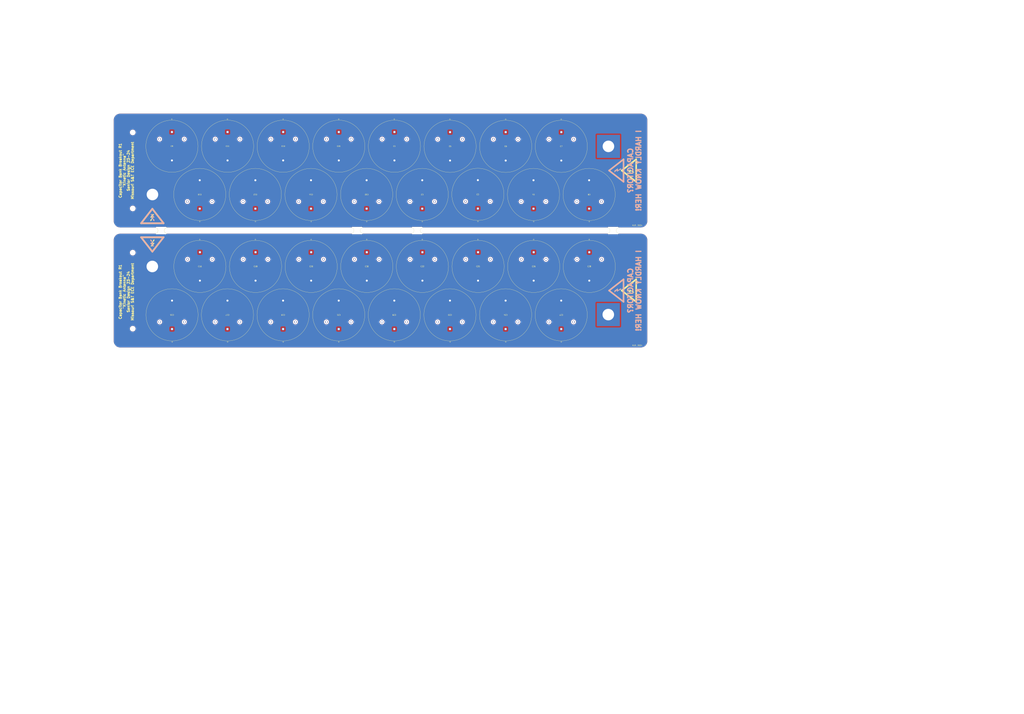
<source format=kicad_pcb>
(kicad_pcb (version 20221018) (generator pcbnew)
  (layers (0 "F.Cu" signal) (31 "B.Cu" signal) (34 "B.Paste" user) (35 "F.Paste" user) (36 "B.SilkS" user "B.Silkscreen") (37 "F.SilkS" user "F.Silkscreen") (38 "B.Mask" user) (39 "F.Mask" user) (44 "Edge.Cuts" user))
  (net 0 "")
  (net 65 "VBUS")
  (net 66 "GNDPWR")
  (footprint "ALF70C103EH400:via" (layer "F.Cu") (at 135.585 168.965)
    (fp_text reference "V2" hide)
    (fp_text value "BATT_PWR_VIA" hide)
    (pad "1" thru_hole rect (at 0 0) (size 18.288 18.288) (drill 9.144) (layers "*.Cu" "*.Mask") (net 66 "GNDPWR"))
  )
  (footprint "Panelization:mouse-bite-5mm-slot" (layer "F.Cu") (at 350 197.5)
    (fp_text reference "mouse-bite-5mm-slot" hide)
    (fp_text value "VAL**" hide)
    (pad "" np_thru_hole circle (at -8.75 -2.5) (size 0.5 0.5) (drill 0.5) (layers "F&B.Cu" "*.Mask"))
    (pad "" np_thru_hole circle (at -8.75 2.5) (size 0.5 0.5) (drill 0.5) (layers "F&B.Cu" "*.Mask"))
    (pad "" np_thru_hole circle (at -8 -2.5) (size 0.5 0.5) (drill 0.5) (layers "F&B.Cu" "*.Mask"))
    (pad "" np_thru_hole circle (at -8 -2.5) (size 0.5 0.5) (drill 0.5) (layers "F&B.Cu" "*.Mask"))
    (pad "" np_thru_hole circle (at -8 2.5) (size 0.5 0.5) (drill 0.5) (layers "F&B.Cu" "*.Mask"))
    (pad "" np_thru_hole circle (at -8 2.5) (size 0.5 0.5) (drill 0.5) (layers "F&B.Cu" "*.Mask"))
    (pad "" np_thru_hole circle (at -7.25 -2.5) (size 0.5 0.5) (drill 0.5) (layers "F&B.Cu" "*.Mask"))
    (pad "" np_thru_hole circle (at -7.25 2.5) (size 0.5 0.5) (drill 0.5) (layers "F&B.Cu" "*.Mask"))
    (pad "" np_thru_hole circle (at -6.5 -2.5) (size 0.5 0.5) (drill 0.5) (layers "F&B.Cu" "*.Mask"))
    (pad "" np_thru_hole circle (at -6.5 2.5) (size 0.5 0.5) (drill 0.5) (layers "F&B.Cu" "*.Mask"))
    (pad "" np_thru_hole circle (at -5.75 -2.5) (size 0.5 0.5) (drill 0.5) (layers "F&B.Cu" "*.Mask"))
    (pad "" np_thru_hole circle (at -5.75 2.5) (size 0.5 0.5) (drill 0.5) (layers "F&B.Cu" "*.Mask"))
    (pad "" np_thru_hole circle (at -5 -2.5) (size 0.5 0.5) (drill 0.5) (layers "F&B.Cu" "*.Mask"))
    (pad "" np_thru_hole circle (at -5 2.5) (size 0.5 0.5) (drill 0.5) (layers "F&B.Cu" "*.Mask"))
    (pad "" np_thru_hole circle (at -4.25 -2.5) (size 0.5 0.5) (drill 0.5) (layers "F&B.Cu" "*.Mask"))
    (pad "" np_thru_hole circle (at -4.25 2.5) (size 0.5 0.5) (drill 0.5) (layers "F&B.Cu" "*.Mask"))
    (pad "" np_thru_hole circle (at -3.5 -2.5) (size 0.5 0.5) (drill 0.5) (layers "F&B.Cu" "*.Mask"))
    (pad "" np_thru_hole circle (at -3.5 2.5) (size 0.5 0.5) (drill 0.5) (layers "F&B.Cu" "*.Mask"))
    (pad "" np_thru_hole circle (at -2.75 -2.5) (size 0.5 0.5) (drill 0.5) (layers "F&B.Cu" "*.Mask"))
    (pad "" np_thru_hole circle (at -2.75 2.5) (size 0.5 0.5) (drill 0.5) (layers "F&B.Cu" "*.Mask"))
    (pad "" np_thru_hole circle (at -2 -2.5) (size 0.5 0.5) (drill 0.5) (layers "F&B.Cu" "*.Mask"))
    (pad "" np_thru_hole circle (at -2 2.5) (size 0.5 0.5) (drill 0.5) (layers "F&B.Cu" "*.Mask"))
    (pad "" np_thru_hole circle (at -1.25 -2.5) (size 0.5 0.5) (drill 0.5) (layers "F&B.Cu" "*.Mask"))
    (pad "" np_thru_hole circle (at -1.25 2.5) (size 0.5 0.5) (drill 0.5) (layers "F&B.Cu" "*.Mask"))
  )
  (footprint "ALF70C103EH400:HV-warning" (layer "F.Cu") (at 135.5 180.285)
    (fp_text reference "REF**" (at 0 11.43 unlocked) (layer "F.SilkS") (effects (font (thickness 0.1))))
    (fp_text value "HV-warning")
  )
  (footprint "ALF70C103EH400:PCAP_ALF70_C_EH_KEM" (layer "F.Cu") (at 216.994998 180.175709 180)
    (fp_text reference "C12" (at 0 11.25 180 unlocked) (layer "F.SilkS"))
    (fp_text value "~")
    (pad "1" thru_hole rect (at 0 0 180) (size 2.0828 2.0828) (drill 1.5748) (layers "*.Cu" "*.Mask") (net 65 "VBUS"))
    (pad "2" thru_hole circle (at 0 22.5 180) (size 2.0828 2.0828) (drill 1.5748) (layers "*.Cu" "*.Mask") (net 66 "GNDPWR"))
    (pad "3" thru_hole circle (at -9.742786 5.625 180) (size 2.0828 2.0828) (drill 1.5748) (layers "*.Cu" "*.Mask"))
    (pad "4" thru_hole circle (at 9.742786 5.625 180) (size 2.0828 2.0828) (drill 1.5748) (layers "*.Cu" "*.Mask"))
  )
  (footprint "ALF70C103EH400:PCAP_ALF70_C_EH_KEM" (layer "F.Cu") (at 414.927 275.457559 180)
    (fp_text reference "C24" (at 0 11.25 180 unlocked) (layer "F.SilkS"))
    (fp_text value "~")
    (pad "1" thru_hole rect (at 0 0 180) (size 2.0828 2.0828) (drill 1.5748) (layers "*.Cu" "*.Mask") (net 65 "VBUS"))
    (pad "2" thru_hole circle (at 0 22.5 180) (size 2.0828 2.0828) (drill 1.5748) (layers "*.Cu" "*.Mask") (net 66 "GNDPWR"))
    (pad "3" thru_hole circle (at -9.742786 5.625 180) (size 2.0828 2.0828) (drill 1.5748) (layers "*.Cu" "*.Mask"))
    (pad "4" thru_hole circle (at 9.742786 5.625 180) (size 2.0828 2.0828) (drill 1.5748) (layers "*.Cu" "*.Mask"))
  )
  (footprint "ALF70C103EH400:PCAP_ALF70_C_EH_KEM" (layer "F.Cu") (at 282.927 275.457559 180)
    (fp_text reference "C21" (at 0 11.25 180 unlocked) (layer "F.SilkS"))
    (fp_text value "~")
    (pad "1" thru_hole rect (at 0 0 180) (size 2.0828 2.0828) (drill 1.5748) (layers "*.Cu" "*.Mask") (net 65 "VBUS"))
    (pad "2" thru_hole circle (at 0 22.5 180) (size 2.0828 2.0828) (drill 1.5748) (layers "*.Cu" "*.Mask") (net 66 "GNDPWR"))
    (pad "3" thru_hole circle (at -9.742786 5.625 180) (size 2.0828 2.0828) (drill 1.5748) (layers "*.Cu" "*.Mask"))
    (pad "4" thru_hole circle (at 9.742786 5.625 180) (size 2.0828 2.0828) (drill 1.5748) (layers "*.Cu" "*.Mask"))
  )
  (footprint "ALF70C103EH400:PCAP_ALF70_C_EH_KEM" (layer "F.Cu") (at 349.13 214.649968)
    (fp_text reference "C22" (at 0 11.25 unlocked) (layer "F.SilkS"))
    (fp_text value "~")
    (pad "1" thru_hole rect (at 0 0) (size 2.0828 2.0828) (drill 1.5748) (layers "*.Cu" "*.Mask") (net 65 "VBUS"))
    (pad "2" thru_hole circle (at 0 22.5) (size 2.0828 2.0828) (drill 1.5748) (layers "*.Cu" "*.Mask") (net 66 "GNDPWR"))
    (pad "3" thru_hole circle (at -9.742786 5.625) (size 2.0828 2.0828) (drill 1.5748) (layers "*.Cu" "*.Mask"))
    (pad "4" thru_hole circle (at 9.742786 5.625) (size 2.0828 2.0828) (drill 1.5748) (layers "*.Cu" "*.Mask"))
  )
  (footprint "ALF70C103EH400:PCAP_ALF70_C_EH_KEM" (layer "F.Cu") (at 282.994998 119.495409)
    (fp_text reference "C31" (at 0 11.25 unlocked) (layer "F.SilkS"))
    (fp_text value "~")
    (pad "1" thru_hole rect (at 0 0) (size 2.0828 2.0828) (drill 1.5748) (layers "*.Cu" "*.Mask") (net 65 "VBUS"))
    (pad "2" thru_hole circle (at 0 22.5) (size 2.0828 2.0828) (drill 1.5748) (layers "*.Cu" "*.Mask") (net 66 "GNDPWR"))
    (pad "3" thru_hole circle (at -9.742786 5.625) (size 2.0828 2.0828) (drill 1.5748) (layers "*.Cu" "*.Mask"))
    (pad "4" thru_hole circle (at 9.742786 5.625) (size 2.0828 2.0828) (drill 1.5748) (layers "*.Cu" "*.Mask"))
  )
  (footprint "Panelization:mouse-bite-5mm-slot" (layer "F.Cu") (at 137.5 197.5 180)
    (fp_text reference "mouse-bite-5mm-slot" hide)
    (fp_text value "VAL**" hide)
    (pad "" np_thru_hole circle (at -8.75 -2.5 180) (size 0.5 0.5) (drill 0.5) (layers "F&B.Cu" "*.Mask"))
    (pad "" np_thru_hole circle (at -8.75 2.5 180) (size 0.5 0.5) (drill 0.5) (layers "F&B.Cu" "*.Mask"))
    (pad "" np_thru_hole circle (at -8 -2.5 180) (size 0.5 0.5) (drill 0.5) (layers "F&B.Cu" "*.Mask"))
    (pad "" np_thru_hole circle (at -8 -2.5 180) (size 0.5 0.5) (drill 0.5) (layers "F&B.Cu" "*.Mask"))
    (pad "" np_thru_hole circle (at -8 2.5 180) (size 0.5 0.5) (drill 0.5) (layers "F&B.Cu" "*.Mask"))
    (pad "" np_thru_hole circle (at -8 2.5 180) (size 0.5 0.5) (drill 0.5) (layers "F&B.Cu" "*.Mask"))
    (pad "" np_thru_hole circle (at -7.25 -2.5 180) (size 0.5 0.5) (drill 0.5) (layers "F&B.Cu" "*.Mask"))
    (pad "" np_thru_hole circle (at -7.25 2.5 180) (size 0.5 0.5) (drill 0.5) (layers "F&B.Cu" "*.Mask"))
    (pad "" np_thru_hole circle (at -6.5 -2.5 180) (size 0.5 0.5) (drill 0.5) (layers "F&B.Cu" "*.Mask"))
    (pad "" np_thru_hole circle (at -6.5 2.5 180) (size 0.5 0.5) (drill 0.5) (layers "F&B.Cu" "*.Mask"))
    (pad "" np_thru_hole circle (at -5.75 -2.5 180) (size 0.5 0.5) (drill 0.5) (layers "F&B.Cu" "*.Mask"))
    (pad "" np_thru_hole circle (at -5.75 2.5 180) (size 0.5 0.5) (drill 0.5) (layers "F&B.Cu" "*.Mask"))
    (pad "" np_thru_hole circle (at -5 -2.5 180) (size 0.5 0.5) (drill 0.5) (layers "F&B.Cu" "*.Mask"))
    (pad "" np_thru_hole circle (at -5 2.5 180) (size 0.5 0.5) (drill 0.5) (layers "F&B.Cu" "*.Mask"))
    (pad "" np_thru_hole circle (at -4.25 -2.5 180) (size 0.5 0.5) (drill 0.5) (layers "F&B.Cu" "*.Mask"))
    (pad "" np_thru_hole circle (at -4.25 2.5 180) (size 0.5 0.5) (drill 0.5) (layers "F&B.Cu" "*.Mask"))
    (pad "" np_thru_hole circle (at -3.5 -2.5 180) (size 0.5 0.5) (drill 0.5) (layers "F&B.Cu" "*.Mask"))
    (pad "" np_thru_hole circle (at -3.5 2.5 180) (size 0.5 0.5) (drill 0.5) (layers "F&B.Cu" "*.Mask"))
    (pad "" np_thru_hole circle (at -2.75 -2.5 180) (size 0.5 0.5) (drill 0.5) (layers "F&B.Cu" "*.Mask"))
    (pad "" np_thru_hole circle (at -2.75 2.5 180) (size 0.5 0.5) (drill 0.5) (layers "F&B.Cu" "*.Mask"))
    (pad "" np_thru_hole circle (at -2 -2.5 180) (size 0.5 0.5) (drill 0.5) (layers "F&B.Cu" "*.Mask"))
    (pad "" np_thru_hole circle (at -2 2.5 180) (size 0.5 0.5) (drill 0.5) (layers "F&B.Cu" "*.Mask"))
    (pad "" np_thru_hole circle (at -1.25 -2.5 180) (size 0.5 0.5) (drill 0.5) (layers "F&B.Cu" "*.Mask"))
    (pad "" np_thru_hole circle (at -1.25 2.5 180) (size 0.5 0.5) (drill 0.5) (layers "F&B.Cu" "*.Mask"))
  )
  (footprint "ALF70C103EH400:PCAP_ALF70_C_EH_KEM" (layer "F.Cu") (at 437.13 214.649968)
    (fp_text reference "C26" (at 0 11.25 unlocked) (layer "F.SilkS"))
    (fp_text value "~")
    (pad "1" thru_hole rect (at 0 0) (size 2.0828 2.0828) (drill 1.5748) (layers "*.Cu" "*.Mask") (net 65 "VBUS"))
    (pad "2" thru_hole circle (at 0 22.5) (size 2.0828 2.0828) (drill 1.5748) (layers "*.Cu" "*.Mask") (net 66 "GNDPWR"))
    (pad "3" thru_hole circle (at -9.742786 5.625) (size 2.0828 2.0828) (drill 1.5748) (layers "*.Cu" "*.Mask"))
    (pad "4" thru_hole circle (at 9.742786 5.625) (size 2.0828 2.0828) (drill 1.5748) (layers "*.Cu" "*.Mask"))
  )
  (footprint "ALF70C103EH400:PCAP_ALF70_C_EH_KEM" (layer "F.Cu") (at 481.13 214.649968)
    (fp_text reference "C28" (at 0 11.25 unlocked) (layer "F.SilkS"))
    (fp_text value "~")
    (pad "1" thru_hole rect (at 0 0) (size 2.0828 2.0828) (drill 1.5748) (layers "*.Cu" "*.Mask") (net 65 "VBUS"))
    (pad "2" thru_hole circle (at 0 22.5) (size 2.0828 2.0828) (drill 1.5748) (layers "*.Cu" "*.Mask") (net 66 "GNDPWR"))
    (pad "3" thru_hole circle (at -9.742786 5.625) (size 2.0828 2.0828) (drill 1.5748) (layers "*.Cu" "*.Mask"))
    (pad "4" thru_hole circle (at 9.742786 5.625) (size 2.0828 2.0828) (drill 1.5748) (layers "*.Cu" "*.Mask"))
  )
  (footprint "ALF70C103EH400:via" (layer "F.Cu") (at 496.16 264.027559)
    (fp_text reference "V3" hide)
    (fp_text value "BATT_PWR_VIA" hide)
    (pad "1" thru_hole rect (at 0 0) (size 18.288 18.288) (drill 9.144) (layers "*.Cu" "*.Mask") (net 65 "VBUS"))
  )
  (footprint "ALF70C103EH400:PCAP_ALF70_C_EH_KEM" (layer "F.Cu") (at 326.898 275.457559 180)
    (fp_text reference "C29" (at 0 11.25 180 unlocked) (layer "F.SilkS"))
    (fp_text value "~")
    (pad "1" thru_hole rect (at 0 0 180) (size 2.0828 2.0828) (drill 1.5748) (layers "*.Cu" "*.Mask") (net 65 "VBUS"))
    (pad "2" thru_hole circle (at 0 22.5 180) (size 2.0828 2.0828) (drill 1.5748) (layers "*.Cu" "*.Mask") (net 66 "GNDPWR"))
    (pad "3" thru_hole circle (at -9.742786 5.625 180) (size 2.0828 2.0828) (drill 1.5748) (layers "*.Cu" "*.Mask"))
    (pad "4" thru_hole circle (at 9.742786 5.625 180) (size 2.0828 2.0828) (drill 1.5748) (layers "*.Cu" "*.Mask"))
  )
  (footprint "ALF70C103EH400:PCAP_ALF70_C_EH_KEM" (layer "F.Cu") (at 172.994998 180.175709 180)
    (fp_text reference "C10" (at 0 11.25 180 unlocked) (layer "F.SilkS"))
    (fp_text value "~")
    (pad "1" thru_hole rect (at 0 0 180) (size 2.0828 2.0828) (drill 1.5748) (layers "*.Cu" "*.Mask") (net 65 "VBUS"))
    (pad "2" thru_hole circle (at 0 22.5 180) (size 2.0828 2.0828) (drill 1.5748) (layers "*.Cu" "*.Mask") (net 66 "GNDPWR"))
    (pad "3" thru_hole circle (at -9.742786 5.625 180) (size 2.0828 2.0828) (drill 1.5748) (layers "*.Cu" "*.Mask"))
    (pad "4" thru_hole circle (at 9.742786 5.625 180) (size 2.0828 2.0828) (drill 1.5748) (layers "*.Cu" "*.Mask"))
  )
  (footprint "ALF70C103EH400:HV-warning" (layer "F.Cu") (at 135.5 214.215 180)
    (fp_text reference "REF**" (at 0 11.43 180 unlocked) (layer "F.SilkS") (effects (font (thickness 0.1))))
    (fp_text value "HV-warning")
  )
  (footprint "ALF70C103EH400:PCAP_ALF70_C_EH_KEM" (layer "F.Cu") (at 436.994998 180.175709 180)
    (fp_text reference "C4" (at 0 11.25 180 unlocked) (layer "F.SilkS"))
    (fp_text value "~")
    (pad "1" thru_hole rect (at 0 0 180) (size 2.0828 2.0828) (drill 1.5748) (layers "*.Cu" "*.Mask") (net 65 "VBUS"))
    (pad "2" thru_hole circle (at 0 22.5 180) (size 2.0828 2.0828) (drill 1.5748) (layers "*.Cu" "*.Mask") (net 66 "GNDPWR"))
    (pad "3" thru_hole circle (at -9.742786 5.625 180) (size 2.0828 2.0828) (drill 1.5748) (layers "*.Cu" "*.Mask"))
    (pad "4" thru_hole circle (at 9.742786 5.625 180) (size 2.0828 2.0828) (drill 1.5748) (layers "*.Cu" "*.Mask"))
  )
  (footprint "ALF70C103EH400:PCAP_ALF70_C_EH_KEM" (layer "F.Cu") (at 458.994998 119.585559)
    (fp_text reference "C7" (at 0 11.25 unlocked) (layer "F.SilkS"))
    (fp_text value "~")
    (pad "1" thru_hole rect (at 0 0) (size 2.0828 2.0828) (drill 1.5748) (layers "*.Cu" "*.Mask") (net 65 "VBUS"))
    (pad "2" thru_hole circle (at 0 22.5) (size 2.0828 2.0828) (drill 1.5748) (layers "*.Cu" "*.Mask") (net 66 "GNDPWR"))
    (pad "3" thru_hole circle (at -9.742786 5.625) (size 2.0828 2.0828) (drill 1.5748) (layers "*.Cu" "*.Mask"))
    (pad "4" thru_hole circle (at 9.742786 5.625) (size 2.0828 2.0828) (drill 1.5748) (layers "*.Cu" "*.Mask"))
  )
  (footprint "Symbol:Symbol_Danger_CopperTop_Small" (layer "F.Cu") (at 109.804 190.066559)
    (fp_text reference "REF**" hide)
    (fp_text value "Symbol_Danger_CopperTop_Small" hide)
    (fp_line (start -2.921 -2.032) (end -3.302 -1.905) (stroke (width 0.381)) (layer "F.Cu"))
    (fp_line (start -2.921 -2.032) (end -2.921 -2.413) (stroke (width 0.381)) (layer "F.Cu"))
    (fp_line (start -2.667 2.032) (end -3.048 2.032) (stroke (width 0.381)) (layer "F.Cu"))
    (fp_line (start -2.667 2.032) (end -2.667 2.54) (stroke (width 0.381)) (layer "F.Cu"))
    (fp_line (start -2.54 -0.254) (end -2.413 -0.762) (stroke (width 0.381)) (layer "F.Cu"))
    (fp_line (start -2.54 0) (end -2.54 -0.254) (stroke (width 0.381)) (layer "F.Cu"))
    (fp_line (start -2.54 0) (end -2.413 0.254) (stroke (width 0.381)) (layer "F.Cu"))
    (fp_line (start -2.413 -1.651) (end -2.921 -2.032) (stroke (width 0.381)) (layer "F.Cu"))
    (fp_line (start -2.413 -0.762) (end -2.159 -1.397) (stroke (width 0.381)) (layer "F.Cu"))
    (fp_line (start -2.413 0.254) (end -2.286 0.508) (stroke (width 0.381)) (layer "F.Cu"))
    (fp_line (start -2.286 0.508) (end -1.778 0.635) (stroke (width 0.381)) (layer "F.Cu"))
    (fp_line (start -2.159 -1.397) (end -1.651 -1.905) (stroke (width 0.381)) (layer "F.Cu"))
    (fp_line (start -1.778 0.635) (end -1.143 0.762) (stroke (width 0.381)) (layer "F.Cu"))
    (fp_line (start -1.651 -1.905) (end -1.016 -2.286) (stroke (width 0.381)) (layer "F.Cu"))
    (fp_line (start -1.651 1.143) (end -2.667 2.032) (stroke (width 0.381)) (layer "F.Cu"))
    (fp_line (start -1.143 0.762) (end -0.762 0.762) (stroke (width 0.381)) (layer "F.Cu"))
    (fp_line (start -1.016 -2.286) (end -0.381 -2.54) (stroke (width 0.381)) (layer "F.Cu"))
    (fp_line (start -1.016 1.524) (end -1.016 0.762) (stroke (width 0.381)) (layer "F.Cu"))
    (fp_line (start -1.016 1.905) (end -1.016 1.524) (stroke (width 0.381)) (layer "F.Cu"))
    (fp_line (start -1.016 1.905) (end -0.889 2.159) (stroke (width 0.381)) (layer "F.Cu"))
    (fp_line (start -0.889 2.159) (end -0.635 2.413) (stroke (width 0.381)) (layer "F.Cu"))
    (fp_line (start -0.635 2.413) (end -0.254 2.54) (stroke (width 0.381)) (layer "F.Cu"))
    (fp_line (start -0.508 1.143) (end 0.635 1.143) (stroke (width 0.381)) (layer "F.Cu"))
    (fp_line (start -0.508 1.651) (end -0.508 1.143) (stroke (width 0.381)) (layer "F.Cu"))
    (fp_line (start -0.381 -2.54) (end 0.127 -2.54) (stroke (width 0.381)) (layer "F.Cu"))
    (fp_line (start -0.254 0.381) (end 0 -0.381) (stroke (width 0.381)) (layer "F.Cu"))
    (fp_line (start 0 -0.381) (end 0.254 0.381) (stroke (width 0.381)) (layer "F.Cu"))
    (fp_line (start 0.127 -2.54) (end 0.762 -2.413) (stroke (width 0.381)) (layer "F.Cu"))
    (fp_line (start 0.127 1.27) (end 0.127 1.524) (stroke (width 0.381)) (layer "F.Cu"))
    (fp_line (start 0.127 2.54) (end -0.254 2.54) (stroke (width 0.381)) (layer "F.Cu"))
    (fp_line (start 0.254 0.381) (end -0.254 0.381) (stroke (width 0.381)) (layer "F.Cu"))
    (fp_line (start 0.635 1.143) (end 0.635 1.651) (stroke (width 0.381)) (layer "F.Cu"))
    (fp_line (start 0.635 1.651) (end -0.508 1.651) (stroke (width 0.381)) (layer "F.Cu"))
    (fp_line (start 0.635 2.413) (end 0.127 2.54) (stroke (width 0.381)) (layer "F.Cu"))
    (fp_line (start 0.762 -2.413) (end 1.397 -2.159) (stroke (width 0.381)) (layer "F.Cu"))
    (fp_line (start 1.016 2.286) (end 0.635 2.413) (stroke (width 0.381)) (layer "F.Cu"))
    (fp_line (start 1.143 0.762) (end 1.143 1.524) (stroke (width 0.381)) (layer "F.Cu"))
    (fp_line (start 1.143 1.524) (end 1.143 1.905) (stroke (width 0.381)) (layer "F.Cu"))
    (fp_line (start 1.143 1.905) (end 1.016 2.286) (stroke (width 0.381)) (layer "F.Cu"))
    (fp_line (start 1.27 0.762) (end 0.889 0.762) (stroke (width 0.381)) (layer "F.Cu"))
    (fp_line (start 1.397 -2.159) (end 1.905 -1.651) (stroke (width 0.381)) (layer "F.Cu"))
    (fp_line (start 1.651 0.762) (end 1.27 0.762) (stroke (width 0.381)) (layer "F.Cu"))
    (fp_line (start 1.778 1.143) (end 2.667 2.032) (stroke (width 0.381)) (layer "F.Cu"))
    (fp_line (start 1.905 -1.651) (end 2.159 -1.27) (stroke (width 0.381)) (layer "F.Cu"))
    (fp_line (start 2.159 -1.27) (end 2.413 -0.762) (stroke (width 0.381)) (layer "F.Cu"))
    (fp_line (start 2.159 0.508) (end 1.651 0.762) (stroke (width 0.381)) (layer "F.Cu"))
    (fp_line (start 2.286 -1.651) (end 2.921 -2.159) (stroke (width 0.381)) (layer "F.Cu"))
    (fp_line (start 2.413 -0.762) (end 2.54 -0.381) (stroke (width 0.381)) (layer "F.Cu"))
    (fp_line (start 2.413 0.381) (end 2.159 0.508) (stroke (width 0.381)) (layer "F.Cu"))
    (fp_line (start 2.54 -0.381) (end 2.54 0) (stroke (width 0.381)) (layer "F.Cu"))
    (fp_line (start 2.54 0) (end 2.413 0.381) (stroke (width 0.381)) (layer "F.Cu"))
    (fp_line (start 2.667 2.032) (end 2.667 2.413) (stroke (width 0.381)) (layer "F.Cu"))
    (fp_line (start 2.667 2.032) (end 2.921 2.032) (stroke (width 0.381)) (layer "F.Cu"))
    (fp_line (start 2.667 2.413) (end 2.794 2.413) (stroke (width 0.381)) (layer "F.Cu"))
    (fp_line (start 2.921 -2.159) (end 2.921 -2.667) (stroke (width 0.381)) (layer "F.Cu"))
    (fp_line (start 2.921 -2.159) (end 3.429 -2.286) (stroke (width 0.381)) (layer "F.Cu"))
    (fp_circle (center -1.016 -0.381) (end -1.27 -0.254) (stroke (width 0.381)) (fill none) (layer "F.Cu"))
    (fp_circle (center 1.016 -0.381) (end 1.27 -0.254) (stroke (width 0.381)) (fill none) (layer "F.Cu"))
  )
  (footprint "ALF70C103EH400:HV-warning" (layer "F.Cu") (at 506.785 150 90)
    (fp_text reference "REF**" (at 0 11.43 90 unlocked) (layer "F.SilkS") (effects (font (thickness 0.1))))
    (fp_text value "HV-warning" hide)
  )
  (footprint "Panelization:mouse-bite-5mm-slot" (layer "F.Cu") (at 292.5 197.5 180)
    (fp_text reference "mouse-bite-5mm-slot" hide)
    (fp_text value "VAL**" hide)
    (pad "" np_thru_hole circle (at -8.75 -2.5 180) (size 0.5 0.5) (drill 0.5) (layers "F&B.Cu" "*.Mask"))
    (pad "" np_thru_hole circle (at -8.75 2.5 180) (size 0.5 0.5) (drill 0.5) (layers "F&B.Cu" "*.Mask"))
    (pad "" np_thru_hole circle (at -8 -2.5 180) (size 0.5 0.5) (drill 0.5) (layers "F&B.Cu" "*.Mask"))
    (pad "" np_thru_hole circle (at -8 -2.5 180) (size 0.5 0.5) (drill 0.5) (layers "F&B.Cu" "*.Mask"))
    (pad "" np_thru_hole circle (at -8 2.5 180) (size 0.5 0.5) (drill 0.5) (layers "F&B.Cu" "*.Mask"))
    (pad "" np_thru_hole circle (at -8 2.5 180) (size 0.5 0.5) (drill 0.5) (layers "F&B.Cu" "*.Mask"))
    (pad "" np_thru_hole circle (at -7.25 -2.5 180) (size 0.5 0.5) (drill 0.5) (layers "F&B.Cu" "*.Mask"))
    (pad "" np_thru_hole circle (at -7.25 2.5 180) (size 0.5 0.5) (drill 0.5) (layers "F&B.Cu" "*.Mask"))
    (pad "" np_thru_hole circle (at -6.5 -2.5 180) (size 0.5 0.5) (drill 0.5) (layers "F&B.Cu" "*.Mask"))
    (pad "" np_thru_hole circle (at -6.5 2.5 180) (size 0.5 0.5) (drill 0.5) (layers "F&B.Cu" "*.Mask"))
    (pad "" np_thru_hole circle (at -5.75 -2.5 180) (size 0.5 0.5) (drill 0.5) (layers "F&B.Cu" "*.Mask"))
    (pad "" np_thru_hole circle (at -5.75 2.5 180) (size 0.5 0.5) (drill 0.5) (layers "F&B.Cu" "*.Mask"))
    (pad "" np_thru_hole circle (at -5 -2.5 180) (size 0.5 0.5) (drill 0.5) (layers "F&B.Cu" "*.Mask"))
    (pad "" np_thru_hole circle (at -5 2.5 180) (size 0.5 0.5) (drill 0.5) (layers "F&B.Cu" "*.Mask"))
    (pad "" np_thru_hole circle (at -4.25 -2.5 180) (size 0.5 0.5) (drill 0.5) (layers "F&B.Cu" "*.Mask"))
    (pad "" np_thru_hole circle (at -4.25 2.5 180) (size 0.5 0.5) (drill 0.5) (layers "F&B.Cu" "*.Mask"))
    (pad "" np_thru_hole circle (at -3.5 -2.5 180) (size 0.5 0.5) (drill 0.5) (layers "F&B.Cu" "*.Mask"))
    (pad "" np_thru_hole circle (at -3.5 2.5 180) (size 0.5 0.5) (drill 0.5) (layers "F&B.Cu" "*.Mask"))
    (pad "" np_thru_hole circle (at -2.75 -2.5 180) (size 0.5 0.5) (drill 0.5) (layers "F&B.Cu" "*.Mask"))
    (pad "" np_thru_hole circle (at -2.75 2.5 180) (size 0.5 0.5) (drill 0.5) (layers "F&B.Cu" "*.Mask"))
    (pad "" np_thru_hole circle (at -2 -2.5 180) (size 0.5 0.5) (drill 0.5) (layers "F&B.Cu" "*.Mask"))
    (pad "" np_thru_hole circle (at -2 2.5 180) (size 0.5 0.5) (drill 0.5) (layers "F&B.Cu" "*.Mask"))
    (pad "" np_thru_hole circle (at -1.25 -2.5 180) (size 0.5 0.5) (drill 0.5) (layers "F&B.Cu" "*.Mask"))
    (pad "" np_thru_hole circle (at -1.25 2.5 180) (size 0.5 0.5) (drill 0.5) (layers "F&B.Cu" "*.Mask"))
  )
  (footprint "ALF70C103EH400:PCAP_ALF70_C_EH_KEM" (layer "F.Cu") (at 217.13 214.649968)
    (fp_text reference "C18" (at 0 11.25 unlocked) (layer "F.SilkS"))
    (fp_text value "~")
    (pad "1" thru_hole rect (at 0 0) (size 2.0828 2.0828) (drill 1.5748) (layers "*.Cu" "*.Mask") (net 65 "VBUS"))
    (pad "2" thru_hole circle (at 0 22.5) (size 2.0828 2.0828) (drill 1.5748) (layers "*.Cu" "*.Mask") (net 66 "GNDPWR"))
    (pad "3" thru_hole circle (at -9.742786 5.625) (size 2.0828 2.0828) (drill 1.5748) (layers "*.Cu" "*.Mask"))
    (pad "4" thru_hole circle (at 9.742786 5.625) (size 2.0828 2.0828) (drill 1.5748) (layers "*.Cu" "*.Mask"))
  )
  (footprint "ALF70C103EH400:via" (layer "F.Cu") (at 135.48 225.927559)
    (fp_text reference "V4" hide)
    (fp_text value "BATT_PWR_VIA" hide)
    (pad "1" thru_hole rect (at 0 0) (size 18.288 18.288) (drill 9.144) (layers "*.Cu" "*.Mask") (net 66 "GNDPWR"))
  )
  (footprint "ALF70C103EH400:PCAP_ALF70_C_EH_KEM" (layer "F.Cu") (at 150.994998 119.495409)
    (fp_text reference "C9" (at 0 11.25 unlocked) (layer "F.SilkS"))
    (fp_text value "~")
    (pad "1" thru_hole rect (at 0 0) (size 2.0828 2.0828) (drill 1.5748) (layers "*.Cu" "*.Mask") (net 65 "VBUS"))
    (pad "2" thru_hole circle (at 0 22.5) (size 2.0828 2.0828) (drill 1.5748) (layers "*.Cu" "*.Mask") (net 66 "GNDPWR"))
    (pad "3" thru_hole circle (at -9.742786 5.625) (size 2.0828 2.0828) (drill 1.5748) (layers "*.Cu" "*.Mask"))
    (pad "4" thru_hole circle (at 9.742786 5.625) (size 2.0828 2.0828) (drill 1.5748) (layers "*.Cu" "*.Mask"))
  )
  (footprint "ALF70C103EH400:PCAP_ALF70_C_EH_KEM" (layer "F.Cu") (at 326.994998 119.495409)
    (fp_text reference "C1" (at 0 11.25 unlocked) (layer "F.SilkS"))
    (fp_text value "~")
    (pad "1" thru_hole rect (at 0 0) (size 2.0828 2.0828) (drill 1.5748) (layers "*.Cu" "*.Mask") (net 65 "VBUS"))
    (pad "2" thru_hole circle (at 0 22.5) (size 2.0828 2.0828) (drill 1.5748) (layers "*.Cu" "*.Mask") (net 66 "GNDPWR"))
    (pad "3" thru_hole circle (at -9.742786 5.625) (size 2.0828 2.0828) (drill 1.5748) (layers "*.Cu" "*.Mask"))
    (pad "4" thru_hole circle (at 9.742786 5.625) (size 2.0828 2.0828) (drill 1.5748) (layers "*.Cu" "*.Mask"))
  )
  (footprint "ALF70C103EH400:PCAP_ALF70_C_EH_KEM" (layer "F.Cu") (at 392.994998 180.085559 180)
    (fp_text reference "C3" (at 0 11.25 180 unlocked) (layer "F.SilkS"))
    (fp_text value "~")
    (pad "1" thru_hole rect (at 0 0 180) (size 2.0828 2.0828) (drill 1.5748) (layers "*.Cu" "*.Mask") (net 65 "VBUS"))
    (pad "2" thru_hole circle (at 0 22.5 180) (size 2.0828 2.0828) (drill 1.5748) (layers "*.Cu" "*.Mask") (net 66 "GNDPWR"))
    (pad "3" thru_hole circle (at -9.742786 5.625 180) (size 2.0828 2.0828) (drill 1.5748) (layers "*.Cu" "*.Mask"))
    (pad "4" thru_hole circle (at 9.742786 5.625 180) (size 2.0828 2.0828) (drill 1.5748) (layers "*.Cu" "*.Mask"))
  )
  (footprint "ALF70C103EH400:PCAP_ALF70_C_EH_KEM" (layer "F.Cu") (at 370.994998 119.585559)
    (fp_text reference "C5" (at 0 11.25 unlocked) (layer "F.SilkS"))
    (fp_text value "~")
    (pad "1" thru_hole rect (at 0 0) (size 2.0828 2.0828) (drill 1.5748) (layers "*.Cu" "*.Mask") (net 65 "VBUS"))
    (pad "2" thru_hole circle (at 0 22.5) (size 2.0828 2.0828) (drill 1.5748) (layers "*.Cu" "*.Mask") (net 66 "GNDPWR"))
    (pad "3" thru_hole circle (at -9.742786 5.625) (size 2.0828 2.0828) (drill 1.5748) (layers "*.Cu" "*.Mask"))
    (pad "4" thru_hole circle (at 9.742786 5.625) (size 2.0828 2.0828) (drill 1.5748) (layers "*.Cu" "*.Mask"))
  )
  (footprint "ALF70C103EH400:PCAP_ALF70_C_EH_KEM" (layer "F.Cu") (at 238.994998 119.495409)
    (fp_text reference "C13" (at 0 11.25 unlocked) (layer "F.SilkS"))
    (fp_text value "~")
    (pad "1" thru_hole rect (at 0 0) (size 2.0828 2.0828) (drill 1.5748) (layers "*.Cu" "*.Mask") (net 65 "VBUS"))
    (pad "2" thru_hole circle (at 0 22.5) (size 2.0828 2.0828) (drill 1.5748) (layers "*.Cu" "*.Mask") (net 66 "GNDPWR"))
    (pad "3" thru_hole circle (at -9.742786 5.625) (size 2.0828 2.0828) (drill 1.5748) (layers "*.Cu" "*.Mask"))
    (pad "4" thru_hole circle (at 9.742786 5.625) (size 2.0828 2.0828) (drill 1.5748) (layers "*.Cu" "*.Mask"))
  )
  (footprint "ALF70C103EH400:HV-warning" (layer "F.Cu") (at 506.785 245 90)
    (fp_text reference "REF**" (at 0 11.43 90 unlocked) (layer "F.SilkS") (effects (font (thickness 0.1))))
    (fp_text value "HV-warning" hide)
  )
  (footprint "Symbol:Symbol_Danger_CopperTop_Small" (layer "F.Cu") (at 110 285)
    (fp_text reference "REF**" hide)
    (fp_text value "Symbol_Danger_CopperTop_Small" hide)
    (fp_line (start -2.921 -2.032) (end -3.302 -1.905) (stroke (width 0.381)) (layer "F.Cu"))
    (fp_line (start -2.921 -2.032) (end -2.921 -2.413) (stroke (width 0.381)) (layer "F.Cu"))
    (fp_line (start -2.667 2.032) (end -3.048 2.032) (stroke (width 0.381)) (layer "F.Cu"))
    (fp_line (start -2.667 2.032) (end -2.667 2.54) (stroke (width 0.381)) (layer "F.Cu"))
    (fp_line (start -2.54 -0.254) (end -2.413 -0.762) (stroke (width 0.381)) (layer "F.Cu"))
    (fp_line (start -2.54 0) (end -2.54 -0.254) (stroke (width 0.381)) (layer "F.Cu"))
    (fp_line (start -2.54 0) (end -2.413 0.254) (stroke (width 0.381)) (layer "F.Cu"))
    (fp_line (start -2.413 -1.651) (end -2.921 -2.032) (stroke (width 0.381)) (layer "F.Cu"))
    (fp_line (start -2.413 -0.762) (end -2.159 -1.397) (stroke (width 0.381)) (layer "F.Cu"))
    (fp_line (start -2.413 0.254) (end -2.286 0.508) (stroke (width 0.381)) (layer "F.Cu"))
    (fp_line (start -2.286 0.508) (end -1.778 0.635) (stroke (width 0.381)) (layer "F.Cu"))
    (fp_line (start -2.159 -1.397) (end -1.651 -1.905) (stroke (width 0.381)) (layer "F.Cu"))
    (fp_line (start -1.778 0.635) (end -1.143 0.762) (stroke (width 0.381)) (layer "F.Cu"))
    (fp_line (start -1.651 -1.905) (end -1.016 -2.286) (stroke (width 0.381)) (layer "F.Cu"))
    (fp_line (start -1.651 1.143) (end -2.667 2.032) (stroke (width 0.381)) (layer "F.Cu"))
    (fp_line (start -1.143 0.762) (end -0.762 0.762) (stroke (width 0.381)) (layer "F.Cu"))
    (fp_line (start -1.016 -2.286) (end -0.381 -2.54) (stroke (width 0.381)) (layer "F.Cu"))
    (fp_line (start -1.016 1.524) (end -1.016 0.762) (stroke (width 0.381)) (layer "F.Cu"))
    (fp_line (start -1.016 1.905) (end -1.016 1.524) (stroke (width 0.381)) (layer "F.Cu"))
    (fp_line (start -1.016 1.905) (end -0.889 2.159) (stroke (width 0.381)) (layer "F.Cu"))
    (fp_line (start -0.889 2.159) (end -0.635 2.413) (stroke (width 0.381)) (layer "F.Cu"))
    (fp_line (start -0.635 2.413) (end -0.254 2.54) (stroke (width 0.381)) (layer "F.Cu"))
    (fp_line (start -0.508 1.143) (end 0.635 1.143) (stroke (width 0.381)) (layer "F.Cu"))
    (fp_line (start -0.508 1.651) (end -0.508 1.143) (stroke (width 0.381)) (layer "F.Cu"))
    (fp_line (start -0.381 -2.54) (end 0.127 -2.54) (stroke (width 0.381)) (layer "F.Cu"))
    (fp_line (start -0.254 0.381) (end 0 -0.381) (stroke (width 0.381)) (layer "F.Cu"))
    (fp_line (start 0 -0.381) (end 0.254 0.381) (stroke (width 0.381)) (layer "F.Cu"))
    (fp_line (start 0.127 -2.54) (end 0.762 -2.413) (stroke (width 0.381)) (layer "F.Cu"))
    (fp_line (start 0.127 1.27) (end 0.127 1.524) (stroke (width 0.381)) (layer "F.Cu"))
    (fp_line (start 0.127 2.54) (end -0.254 2.54) (stroke (width 0.381)) (layer "F.Cu"))
    (fp_line (start 0.254 0.381) (end -0.254 0.381) (stroke (width 0.381)) (layer "F.Cu"))
    (fp_line (start 0.635 1.143) (end 0.635 1.651) (stroke (width 0.381)) (layer "F.Cu"))
    (fp_line (start 0.635 1.651) (end -0.508 1.651) (stroke (width 0.381)) (layer "F.Cu"))
    (fp_line (start 0.635 2.413) (end 0.127 2.54) (stroke (width 0.381)) (layer "F.Cu"))
    (fp_line (start 0.762 -2.413) (end 1.397 -2.159) (stroke (width 0.381)) (layer "F.Cu"))
    (fp_line (start 1.016 2.286) (end 0.635 2.413) (stroke (width 0.381)) (layer "F.Cu"))
    (fp_line (start 1.143 0.762) (end 1.143 1.524) (stroke (width 0.381)) (layer "F.Cu"))
    (fp_line (start 1.143 1.524) (end 1.143 1.905) (stroke (width 0.381)) (layer "F.Cu"))
    (fp_line (start 1.143 1.905) (end 1.016 2.286) (stroke (width 0.381)) (layer "F.Cu"))
    (fp_line (start 1.27 0.762) (end 0.889 0.762) (stroke (width 0.381)) (layer "F.Cu"))
    (fp_line (start 1.397 -2.159) (end 1.905 -1.651) (stroke (width 0.381)) (layer "F.Cu"))
    (fp_line (start 1.651 0.762) (end 1.27 0.762) (stroke (width 0.381)) (layer "F.Cu"))
    (fp_line (start 1.778 1.143) (end 2.667 2.032) (stroke (width 0.381)) (layer "F.Cu"))
    (fp_line (start 1.905 -1.651) (end 2.159 -1.27) (stroke (width 0.381)) (layer "F.Cu"))
    (fp_line (start 2.159 -1.27) (end 2.413 -0.762) (stroke (width 0.381)) (layer "F.Cu"))
    (fp_line (start 2.159 0.508) (end 1.651 0.762) (stroke (width 0.381)) (layer "F.Cu"))
    (fp_line (start 2.286 -1.651) (end 2.921 -2.159) (stroke (width 0.381)) (layer "F.Cu"))
    (fp_line (start 2.413 -0.762) (end 2.54 -0.381) (stroke (width 0.381)) (layer "F.Cu"))
    (fp_line (start 2.413 0.381) (end 2.159 0.508) (stroke (width 0.381)) (layer "F.Cu"))
    (fp_line (start 2.54 -0.381) (end 2.54 0) (stroke (width 0.381)) (layer "F.Cu"))
    (fp_line (start 2.54 0) (end 2.413 0.381) (stroke (width 0.381)) (layer "F.Cu"))
    (fp_line (start 2.667 2.032) (end 2.667 2.413) (stroke (width 0.381)) (layer "F.Cu"))
    (fp_line (start 2.667 2.032) (end 2.921 2.032) (stroke (width 0.381)) (layer "F.Cu"))
    (fp_line (start 2.667 2.413) (end 2.794 2.413) (stroke (width 0.381)) (layer "F.Cu"))
    (fp_line (start 2.921 -2.159) (end 2.921 -2.667) (stroke (width 0.381)) (layer "F.Cu"))
    (fp_line (start 2.921 -2.159) (end 3.429 -2.286) (stroke (width 0.381)) (layer "F.Cu"))
    (fp_circle (center -1.016 -0.381) (end -1.27 -0.254) (stroke (width 0.381)) (fill none) (layer "F.Cu"))
    (fp_circle (center 1.016 -0.381) (end 1.27 -0.254) (stroke (width 0.381)) (fill none) (layer "F.Cu"))
  )
  (footprint "ALF70C103EH400:PCAP_ALF70_C_EH_KEM" (layer "F.Cu") (at 480.994998 180.175709 180)
    (fp_text reference "C8" (at 0 11.25 180 unlocked) (layer "F.SilkS"))
    (fp_text value "~")
    (pad "1" thru_hole rect (at 0 0 180) (size 2.0828 2.0828) (drill 1.5748) (layers "*.Cu" "*.Mask") (net 65 "VBUS"))
    (pad "2" thru_hole circle (at 0 22.5 180) (size 2.0828 2.0828) (drill 1.5748) (layers "*.Cu" "*.Mask") (net 66 "GNDPWR"))
    (pad "3" thru_hole circle (at -9.742786 5.625 180) (size 2.0828 2.0828) (drill 1.5748) (layers "*.Cu" "*.Mask"))
    (pad "4" thru_hole circle (at 9.742786 5.625 180) (size 2.0828 2.0828) (drill 1.5748) (layers "*.Cu" "*.Mask"))
  )
  (footprint "ALF70C103EH400:PCAP_ALF70_C_EH_KEM" (layer "F.Cu") (at 458.927 275.457559 180)
    (fp_text reference "C27" (at 0 11.25 180 unlocked) (layer "F.SilkS"))
    (fp_text value "~")
    (pad "1" thru_hole rect (at 0 0 180) (size 2.0828 2.0828) (drill 1.5748) (layers "*.Cu" "*.Mask") (net 65 "VBUS"))
    (pad "2" thru_hole circle (at 0 22.5 180) (size 2.0828 2.0828) (drill 1.5748) (layers "*.Cu" "*.Mask") (net 66 "GNDPWR"))
    (pad "3" thru_hole circle (at -9.742786 5.625 180) (size 2.0828 2.0828) (drill 1.5748) (layers "*.Cu" "*.Mask"))
    (pad "4" thru_hole circle (at 9.742786 5.625 180) (size 2.0828 2.0828) (drill 1.5748) (layers "*.Cu" "*.Mask"))
  )
  (footprint "ALF70C103EH400:PCAP_ALF70_C_EH_KEM" (layer "F.Cu") (at 304.994998 180.175709 180)
    (fp_text reference "C32" (at 0 11.25 180 unlocked) (layer "F.SilkS"))
    (fp_text value "~")
    (pad "1" thru_hole rect (at 0 0 180) (size 2.0828 2.0828) (drill 1.5748) (layers "*.Cu" "*.Mask") (net 65 "VBUS"))
    (pad "2" thru_hole circle (at 0 22.5 180) (size 2.0828 2.0828) (drill 1.5748) (layers "*.Cu" "*.Mask") (net 66 "GNDPWR"))
    (pad "3" thru_hole circle (at -9.742786 5.625 180) (size 2.0828 2.0828) (drill 1.5748) (layers "*.Cu" "*.Mask"))
    (pad "4" thru_hole circle (at 9.742786 5.625 180) (size 2.0828 2.0828) (drill 1.5748) (layers "*.Cu" "*.Mask"))
  )
  (footprint "ALF70C103EH400:PCAP_ALF70_C_EH_KEM" (layer "F.Cu") (at 393.13 214.649968)
    (fp_text reference "C25" (at 0 11.25 unlocked) (layer "F.SilkS"))
    (fp_text value "~")
    (pad "1" thru_hole rect (at 0 0) (size 2.0828 2.0828) (drill 1.5748) (layers "*.Cu" "*.Mask") (net 65 "VBUS"))
    (pad "2" thru_hole circle (at 0 22.5) (size 2.0828 2.0828) (drill 1.5748) (layers "*.Cu" "*.Mask") (net 66 "GNDPWR"))
    (pad "3" thru_hole circle (at -9.742786 5.625) (size 2.0828 2.0828) (drill 1.5748) (layers "*.Cu" "*.Mask"))
    (pad "4" thru_hole circle (at 9.742786 5.625) (size 2.0828 2.0828) (drill 1.5748) (layers "*.Cu" "*.Mask"))
  )
  (footprint "ALF70C103EH400:CAP_SIDE_2" (layer "F.Cu") (at 105 200)
    (fp_text reference "REF**" hide)
    (fp_text value "CAP_SIDE_2" hide)
  )
  (footprint "ALF70C103EH400:PCAP_ALF70_C_EH_KEM" (layer "F.Cu") (at 260.994998 180.175709 180)
    (fp_text reference "C14" (at 0 11.25 180 unlocked) (layer "F.SilkS"))
    (fp_text value "~")
    (pad "1" thru_hole rect (at 0 0 180) (size 2.0828 2.0828) (drill 1.5748) (layers "*.Cu" "*.Mask") (net 65 "VBUS"))
    (pad "2" thru_hole circle (at 0 22.5 180) (size 2.0828 2.0828) (drill 1.5748) (layers "*.Cu" "*.Mask") (net 66 "GNDPWR"))
    (pad "3" thru_hole circle (at -9.742786 5.625 180) (size 2.0828 2.0828) (drill 1.5748) (layers "*.Cu" "*.Mask"))
    (pad "4" thru_hole circle (at 9.742786 5.625 180) (size 2.0828 2.0828) (drill 1.5748) (layers "*.Cu" "*.Mask"))
  )
  (footprint "ALF70C103EH400:PCAP_ALF70_C_EH_KEM" (layer "F.Cu") (at 370.927 275.457559 180)
    (fp_text reference "C23" (at 0 11.25 180 unlocked) (layer "F.SilkS"))
    (fp_text value "~")
    (pad "1" thru_hole rect (at 0 0 180) (size 2.0828 2.0828) (drill 1.5748) (layers "*.Cu" "*.Mask") (net 65 "VBUS"))
    (pad "2" thru_hole circle (at 0 22.5 180) (size 2.0828 2.0828) (drill 1.5748) (layers "*.Cu" "*.Mask") (net 66 "GNDPWR"))
    (pad "3" thru_hole circle (at -9.742786 5.625 180) (size 2.0828 2.0828) (drill 1.5748) (layers "*.Cu" "*.Mask"))
    (pad "4" thru_hole circle (at 9.742786 5.625 180) (size 2.0828 2.0828) (drill 1.5748) (layers "*.Cu" "*.Mask"))
  )
  (footprint "ALF70C103EH400:PCAP_ALF70_C_EH_KEM" (layer "F.Cu") (at 194.927 275.457559 180)
    (fp_text reference "C17" (at 0 11.25 180 unlocked) (layer "F.SilkS"))
    (fp_text value "~")
    (pad "1" thru_hole rect (at 0 0 180) (size 2.0828 2.0828) (drill 1.5748) (layers "*.Cu" "*.Mask") (net 65 "VBUS"))
    (pad "2" thru_hole circle (at 0 22.5 180) (size 2.0828 2.0828) (drill 1.5748) (layers "*.Cu" "*.Mask") (net 66 "GNDPWR"))
    (pad "3" thru_hole circle (at -9.742786 5.625 180) (size 2.0828 2.0828) (drill 1.5748) (layers "*.Cu" "*.Mask"))
    (pad "4" thru_hole circle (at 9.742786 5.625 180) (size 2.0828 2.0828) (drill 1.5748) (layers "*.Cu" "*.Mask"))
  )
  (footprint "ALF70C103EH400:PCAP_ALF70_C_EH_KEM" (layer "F.Cu") (at 194.994998 119.495409)
    (fp_text reference "C11" (at 0 11.25 unlocked) (layer "F.SilkS"))
    (fp_text value "~")
    (pad "1" thru_hole rect (at 0 0) (size 2.0828 2.0828) (drill 1.5748) (layers "*.Cu" "*.Mask") (net 65 "VBUS"))
    (pad "2" thru_hole circle (at 0 22.5) (size 2.0828 2.0828) (drill 1.5748) (layers "*.Cu" "*.Mask") (net 66 "GNDPWR"))
    (pad "3" thru_hole circle (at -9.742786 5.625) (size 2.0828 2.0828) (drill 1.5748) (layers "*.Cu" "*.Mask"))
    (pad "4" thru_hole circle (at 9.742786 5.625) (size 2.0828 2.0828) (drill 1.5748) (layers "*.Cu" "*.Mask"))
  )
  (footprint "ALF70C103EH400:PCAP_ALF70_C_EH_KEM" (layer "F.Cu") (at 238.927 275.457559 180)
    (fp_text reference "C19" (at 0 11.25 180 unlocked) (layer "F.SilkS"))
    (fp_text value "~")
    (pad "1" thru_hole rect (at 0 0 180) (size 2.0828 2.0828) (drill 1.5748) (layers "*.Cu" "*.Mask") (net 65 "VBUS"))
    (pad "2" thru_hole circle (at 0 22.5 180) (size 2.0828 2.0828) (drill 1.5748) (layers "*.Cu" "*.Mask") (net 66 "GNDPWR"))
    (pad "3" thru_hole circle (at -9.742786 5.625 180) (size 2.0828 2.0828) (drill 1.5748) (layers "*.Cu" "*.Mask"))
    (pad "4" thru_hole circle (at 9.742786 5.625 180) (size 2.0828 2.0828) (drill 1.5748) (layers "*.Cu" "*.Mask"))
  )
  (footprint "ALF70C103EH400:PCAP_ALF70_C_EH_KEM" (layer "F.Cu") (at 348.994998 180.175709 180)
    (fp_text reference "C2" (at 0 11.25 180 unlocked) (layer "F.SilkS"))
    (fp_text value "~")
    (pad "1" thru_hole rect (at 0 0 180) (size 2.0828 2.0828) (drill 1.5748) (layers "*.Cu" "*.Mask") (net 65 "VBUS"))
    (pad "2" thru_hole circle (at 0 22.5 180) (size 2.0828 2.0828) (drill 1.5748) (layers "*.Cu" "*.Mask") (net 66 "GNDPWR"))
    (pad "3" thru_hole circle (at -9.742786 5.625 180) (size 2.0828 2.0828) (drill 1.5748) (layers "*.Cu" "*.Mask"))
    (pad "4" thru_hole circle (at 9.742786 5.625 180) (size 2.0828 2.0828) (drill 1.5748) (layers "*.Cu" "*.Mask"))
  )
  (footprint "Panelization:mouse-bite-5mm-slot" (layer "F.Cu") (at 505 197.5)
    (fp_text reference "mouse-bite-5mm-slot" hide)
    (fp_text value "VAL**" hide)
    (pad "" np_thru_hole circle (at -8.75 -2.5) (size 0.5 0.5) (drill 0.5) (layers "F&B.Cu" "*.Mask"))
    (pad "" np_thru_hole circle (at -8.75 2.5) (size 0.5 0.5) (drill 0.5) (layers "F&B.Cu" "*.Mask"))
    (pad "" np_thru_hole circle (at -8 -2.5) (size 0.5 0.5) (drill 0.5) (layers "F&B.Cu" "*.Mask"))
    (pad "" np_thru_hole circle (at -8 -2.5) (size 0.5 0.5) (drill 0.5) (layers "F&B.Cu" "*.Mask"))
    (pad "" np_thru_hole circle (at -8 2.5) (size 0.5 0.5) (drill 0.5) (layers "F&B.Cu" "*.Mask"))
    (pad "" np_thru_hole circle (at -8 2.5) (size 0.5 0.5) (drill 0.5) (layers "F&B.Cu" "*.Mask"))
    (pad "" np_thru_hole circle (at -7.25 -2.5) (size 0.5 0.5) (drill 0.5) (layers "F&B.Cu" "*.Mask"))
    (pad "" np_thru_hole circle (at -7.25 2.5) (size 0.5 0.5) (drill 0.5) (layers "F&B.Cu" "*.Mask"))
    (pad "" np_thru_hole circle (at -6.5 -2.5) (size 0.5 0.5) (drill 0.5) (layers "F&B.Cu" "*.Mask"))
    (pad "" np_thru_hole circle (at -6.5 2.5) (size 0.5 0.5) (drill 0.5) (layers "F&B.Cu" "*.Mask"))
    (pad "" np_thru_hole circle (at -5.75 -2.5) (size 0.5 0.5) (drill 0.5) (layers "F&B.Cu" "*.Mask"))
    (pad "" np_thru_hole circle (at -5.75 2.5) (size 0.5 0.5) (drill 0.5) (layers "F&B.Cu" "*.Mask"))
    (pad "" np_thru_hole circle (at -5 -2.5) (size 0.5 0.5) (drill 0.5) (layers "F&B.Cu" "*.Mask"))
    (pad "" np_thru_hole circle (at -5 2.5) (size 0.5 0.5) (drill 0.5) (layers "F&B.Cu" "*.Mask"))
    (pad "" np_thru_hole circle (at -4.25 -2.5) (size 0.5 0.5) (drill 0.5) (layers "F&B.Cu" "*.Mask"))
    (pad "" np_thru_hole circle (at -4.25 2.5) (size 0.5 0.5) (drill 0.5) (layers "F&B.Cu" "*.Mask"))
    (pad "" np_thru_hole circle (at -3.5 -2.5) (size 0.5 0.5) (drill 0.5) (layers "F&B.Cu" "*.Mask"))
    (pad "" np_thru_hole circle (at -3.5 2.5) (size 0.5 0.5) (drill 0.5) (layers "F&B.Cu" "*.Mask"))
    (pad "" np_thru_hole circle (at -2.75 -2.5) (size 0.5 0.5) (drill 0.5) (layers "F&B.Cu" "*.Mask"))
    (pad "" np_thru_hole circle (at -2.75 2.5) (size 0.5 0.5) (drill 0.5) (layers "F&B.Cu" "*.Mask"))
    (pad "" np_thru_hole circle (at -2 -2.5) (size 0.5 0.5) (drill 0.5) (layers "F&B.Cu" "*.Mask"))
    (pad "" np_thru_hole circle (at -2 2.5) (size 0.5 0.5) (drill 0.5) (layers "F&B.Cu" "*.Mask"))
    (pad "" np_thru_hole circle (at -1.25 -2.5) (size 0.5 0.5) (drill 0.5) (layers "F&B.Cu" "*.Mask"))
    (pad "" np_thru_hole circle (at -1.25 2.5) (size 0.5 0.5) (drill 0.5) (layers "F&B.Cu" "*.Mask"))
  )
  (footprint "ALF70C103EH400:via" (layer "F.Cu") (at 496.265 130.865)
    (fp_text reference "V1" hide)
    (fp_text value "BATT_PWR_VIA" hide)
    (pad "1" thru_hole rect (at 0 0) (size 18.288 18.288) (drill 9.144) (layers "*.Cu" "*.Mask") (net 65 "VBUS"))
  )
  (footprint "ALF70C103EH400:PCAP_ALF70_C_EH_KEM" (layer "F.Cu") (at 261.13 214.649968)
    (fp_text reference "C20" (at 0 11.25 unlocked) (layer "F.SilkS"))
    (fp_text value "~")
    (pad "1" thru_hole rect (at 0 0) (size 2.0828 2.0828) (drill 1.5748) (layers "*.Cu" "*.Mask") (net 65 "VBUS"))
    (pad "2" thru_hole circle (at 0 22.5) (size 2.0828 2.0828) (drill 1.5748) (layers "*.Cu" "*.Mask") (net 66 "GNDPWR"))
    (pad "3" thru_hole circle (at -9.742786 5.625) (size 2.0828 2.0828) (drill 1.5748) (layers "*.Cu" "*.Mask"))
    (pad "4" thru_hole circle (at 9.742786 5.625) (size 2.0828 2.0828) (drill 1.5748) (layers "*.Cu" "*.Mask"))
  )
  (footprint "ALF70C103EH400:CAP_SIDE_1" (layer "F.Cu") (at 105 104.83)
    (fp_text reference "J**" hide)
    (fp_text value "CAP_SIDE_1" hide)
  )
  (footprint "ALF70C103EH400:PCAP_ALF70_C_EH_KEM" (layer "F.Cu") (at 151.079 275.457559 180)
    (fp_text reference "C15" (at 0 11.25 180 unlocked) (layer "F.SilkS"))
    (fp_text value "~")
    (pad "1" thru_hole rect (at 0 0 180) (size 2.0828 2.0828) (drill 1.5748) (layers "*.Cu" "*.Mask") (net 65 "VBUS"))
    (pad "2" thru_hole circle (at 0 22.5 180) (size 2.0828 2.0828) (drill 1.5748) (layers "*.Cu" "*.Mask") (net 66 "GNDPWR"))
    (pad "3" thru_hole circle (at -9.742786 5.625 180) (size 2.0828 2.0828) (drill 1.5748) (layers "*.Cu" "*.Mask"))
    (pad "4" thru_hole circle (at 9.742786 5.625 180) (size 2.0828 2.0828) (drill 1.5748) (layers "*.Cu" "*.Mask"))
  )
  (footprint "ALF70C103EH400:PCAP_ALF70_C_EH_KEM" (layer "F.Cu") (at 305.13 214.649968)
    (fp_text reference "C30" (at 0 11.25 unlocked) (layer "F.SilkS"))
    (fp_text value "~")
    (pad "1" thru_hole rect (at 0 0) (size 2.0828 2.0828) (drill 1.5748) (layers "*.Cu" "*.Mask") (net 65 "VBUS"))
    (pad "2" thru_hole circle (at 0 22.5) (size 2.0828 2.0828) (drill 1.5748) (layers "*.Cu" "*.Mask") (net 66 "GNDPWR"))
    (pad "3" thru_hole circle (at -9.742786 5.625) (size 2.0828 2.0828) (drill 1.5748) (layers "*.Cu" "*.Mask"))
    (pad "4" thru_hole circle (at 9.742786 5.625) (size 2.0828 2.0828) (drill 1.5748) (layers "*.Cu" "*.Mask"))
  )
  (footprint "ALF70C103EH400:PCAP_ALF70_C_EH_KEM" (layer "F.Cu") (at 414.994998 119.585559)
    (fp_text reference "C6" (at 0 11.25 unlocked) (layer "F.SilkS"))
    (fp_text value "~")
    (pad "1" thru_hole rect (at 0 0) (size 2.0828 2.0828) (drill 1.5748) (layers "*.Cu" "*.Mask") (net 65 "VBUS"))
    (pad "2" thru_hole circle (at 0 22.5) (size 2.0828 2.0828) (drill 1.5748) (layers "*.Cu" "*.Mask") (net 66 "GNDPWR"))
    (pad "3" thru_hole circle (at -9.742786 5.625) (size 2.0828 2.0828) (drill 1.5748) (layers "*.Cu" "*.Mask"))
    (pad "4" thru_hole circle (at 9.742786 5.625) (size 2.0828 2.0828) (drill 1.5748) (layers "*.Cu" "*.Mask"))
  )
  (footprint "ALF70C103EH400:PCAP_ALF70_C_EH_KEM" (layer "F.Cu") (at 173.13 214.649968)
    (fp_text reference "C16" (at 0 11.25 unlocked) (layer "F.SilkS"))
    (fp_text value "~")
    (pad "1" thru_hole rect (at 0 0) (size 2.0828 2.0828) (drill 1.5748) (layers "*.Cu" "*.Mask") (net 65 "VBUS"))
    (pad "2" thru_hole circle (at 0 22.5) (size 2.0828 2.0828) (drill 1.5748) (layers "*.Cu" "*.Mask") (net 66 "GNDPWR"))
    (pad "3" thru_hole circle (at -9.742786 5.625) (size 2.0828 2.0828) (drill 1.5748) (layers "*.Cu" "*.Mask"))
    (pad "4" thru_hole circle (at 9.742786 5.625) (size 2.0828 2.0828) (drill 1.5748) (layers "*.Cu" "*.Mask"))
  )
  (footprint "Panelization:mouse-bite-5mm-slot" (layer "F.Cu") (at 137.5 197.5 180)
    (fp_text reference "mouse-bite-5mm-slot" hide)
    (fp_text value "VAL**" hide)
    (pad "" np_thru_hole circle (at -8.75 -2.5 180) (size 0.5 0.5) (drill 0.5) (layers "F&B.Cu" "*.Mask"))
    (pad "" np_thru_hole circle (at -8.75 2.5 180) (size 0.5 0.5) (drill 0.5) (layers "F&B.Cu" "*.Mask"))
    (pad "" np_thru_hole circle (at -8 -2.5 180) (size 0.5 0.5) (drill 0.5) (layers "F&B.Cu" "*.Mask"))
    (pad "" np_thru_hole circle (at -8 -2.5 180) (size 0.5 0.5) (drill 0.5) (layers "F&B.Cu" "*.Mask"))
    (pad "" np_thru_hole circle (at -8 2.5 180) (size 0.5 0.5) (drill 0.5) (layers "F&B.Cu" "*.Mask"))
    (pad "" np_thru_hole circle (at -8 2.5 180) (size 0.5 0.5) (drill 0.5) (layers "F&B.Cu" "*.Mask"))
    (pad "" np_thru_hole circle (at -7.25 -2.5 180) (size 0.5 0.5) (drill 0.5) (layers "F&B.Cu" "*.Mask"))
    (pad "" np_thru_hole circle (at -7.25 2.5 180) (size 0.5 0.5) (drill 0.5) (layers "F&B.Cu" "*.Mask"))
    (pad "" np_thru_hole circle (at -6.5 -2.5 180) (size 0.5 0.5) (drill 0.5) (layers "F&B.Cu" "*.Mask"))
    (pad "" np_thru_hole circle (at -6.5 2.5 180) (size 0.5 0.5) (drill 0.5) (layers "F&B.Cu" "*.Mask"))
    (pad "" np_thru_hole circle (at -5.75 -2.5 180) (size 0.5 0.5) (drill 0.5) (layers "F&B.Cu" "*.Mask"))
    (pad "" np_thru_hole circle (at -5.75 2.5 180) (size 0.5 0.5) (drill 0.5) (layers "F&B.Cu" "*.Mask"))
    (pad "" np_thru_hole circle (at -5 -2.5 180) (size 0.5 0.5) (drill 0.5) (layers "F&B.Cu" "*.Mask"))
    (pad "" np_thru_hole circle (at -5 2.5 180) (size 0.5 0.5) (drill 0.5) (layers "F&B.Cu" "*.Mask"))
    (pad "" np_thru_hole circle (at -4.25 -2.5 180) (size 0.5 0.5) (drill 0.5) (layers "F&B.Cu" "*.Mask"))
    (pad "" np_thru_hole circle (at -4.25 2.5 180) (size 0.5 0.5) (drill 0.5) (layers "F&B.Cu" "*.Mask"))
    (pad "" np_thru_hole circle (at -3.5 -2.5 180) (size 0.5 0.5) (drill 0.5) (layers "F&B.Cu" "*.Mask"))
    (pad "" np_thru_hole circle (at -3.5 2.5 180) (size 0.5 0.5) (drill 0.5) (layers "F&B.Cu" "*.Mask"))
    (pad "" np_thru_hole circle (at -2.75 -2.5 180) (size 0.5 0.5) (drill 0.5) (layers "F&B.Cu" "*.Mask"))
    (pad "" np_thru_hole circle (at -2.75 2.5 180) (size 0.5 0.5) (drill 0.5) (layers "F&B.Cu" "*.Mask"))
    (pad "" np_thru_hole circle (at -2 -2.5 180) (size 0.5 0.5) (drill 0.5) (layers "F&B.Cu" "*.Mask"))
    (pad "" np_thru_hole circle (at -2 2.5 180) (size 0.5 0.5) (drill 0.5) (layers "F&B.Cu" "*.Mask"))
    (pad "" np_thru_hole circle (at -1.25 -2.5 180) (size 0.5 0.5) (drill 0.5) (layers "F&B.Cu" "*.Mask"))
    (pad "" np_thru_hole circle (at -1.25 2.5 180) (size 0.5 0.5) (drill 0.5) (layers "F&B.Cu" "*.Mask"))
  )
  (footprint "ALF70C103EH400:HV-warning" (layer "B.Cu") (at 135.5 214.215)
    (fp_text reference "REF**" (at 0 -11.43 -180 unlocked) (layer "B.SilkS") (effects (font (thickness 0.1)) (justify mirror)))
    (fp_text value "HV-warning")
  )
  (footprint "ALF70C103EH400:HV-warning" (layer "B.Cu") (at 496.785 150 -90)
    (fp_text reference "REF**" (at 0 -11.43 90 unlocked) (layer "B.SilkS") (effects (font (thickness 0.1)) (justify mirror)))
    (fp_text value "HV-warning" hide)
  )
  (footprint "ALF70C103EH400:HV-warning" (layer "B.Cu") (at 135.5 180.285 180)
    (fp_text reference "REF**" (at 0 -11.43 unlocked) (layer "B.SilkS") (effects (font (thickness 0.1)) (justify mirror)))
    (fp_text value "HV-warning")
  )
  (footprint "ALF70C103EH400:HV-warning" (layer "B.Cu") (at 496.785 245 -90)
    (fp_text reference "REF**" (at 0 -11.43 90 unlocked) (layer "B.SilkS") (effects (font (thickness 0.1)) (justify mirror)))
    (fp_text value "HV-warning" hide)
  )
  (gr_arc (start 495 195) (mid 497.5 197.5) (end 495 200) (stroke (width 0.1)) (layer "Edge.Cuts"))
  (gr_circle (center 120 275.19) (end 120 272.904) (stroke (width 0.1)) (fill none) (layer "Edge.Cuts"))
  (gr_line (start 527 190) (end 527 110) (stroke (width 0.1)) (layer "Edge.Cuts"))
  (gr_line (start 110 200) (end 137.5 200) (stroke (width 0.1)) (layer "Edge.Cuts"))
  (gr_line (start 340 200) (end 302.5 200) (stroke (width 0.1)) (layer "Edge.Cuts"))
  (gr_arc (start 110 195) (mid 106.464466 193.535534) (end 105 190) (stroke (width 0.1)) (layer "Edge.Cuts"))
  (gr_arc (start 505 200) (mid 502.5 197.5) (end 505 195) (stroke (width 0.1)) (layer "Edge.Cuts"))
  (gr_arc (start 105 110) (mid 106.464466 106.464466) (end 110 105) (stroke (width 0.1)) (layer "Edge.Cuts"))
  (gr_line (start 350 195) (end 495 195) (stroke (width 0.1)) (layer "Edge.Cuts"))
  (gr_arc (start 147.5 200) (mid 145 197.5) (end 147.5 195) (stroke (width 0.1)) (layer "Edge.Cuts"))
  (gr_circle (center 120 180) (end 120 177.714) (stroke (width 0.1)) (fill none) (layer "Edge.Cuts"))
  (gr_line (start 527 205) (end 527 285) (stroke (width 0.1)) (layer "Edge.Cuts"))
  (gr_arc (start 340 195) (mid 342.5 197.5) (end 340 200) (stroke (width 0.1)) (layer "Edge.Cuts"))
  (gr_arc (start 292.5 195) (mid 295 197.5) (end 292.5 200) (stroke (width 0.1)) (layer "Edge.Cuts"))
  (gr_line (start 522 290) (end 110 290) (stroke (width 0.1)) (layer "Edge.Cuts"))
  (gr_arc (start 110 290) (mid 106.464466 288.535534) (end 105 285) (stroke (width 0.1)) (layer "Edge.Cuts"))
  (gr_arc (start 522 200) (mid 525.535524 201.464476) (end 527 205) (stroke (width 0.1)) (layer "Edge.Cuts"))
  (gr_line (start 505 200) (end 522 200) (stroke (width 0.1)) (layer "Edge.Cuts"))
  (gr_circle (center 120 119.83) (end 120 117.544) (stroke (width 0.1)) (fill none) (layer "Edge.Cuts"))
  (gr_line (start 147.5 195) (end 292.5 195) (stroke (width 0.1)) (layer "Edge.Cuts"))
  (gr_circle (center 120 215) (end 120 212.714) (stroke (width 0.1)) (fill none) (layer "Edge.Cuts"))
  (gr_arc (start 302.5 200) (mid 300 197.5) (end 302.5 195) (stroke (width 0.1)) (layer "Edge.Cuts"))
  (gr_line (start 105 285) (end 105 205) (stroke (width 0.1)) (layer "Edge.Cuts"))
  (gr_line (start 495 200) (end 350 200) (stroke (width 0.1)) (layer "Edge.Cuts"))
  (gr_arc (start 350 200) (mid 347.5 197.5) (end 350 195) (stroke (width 0.1)) (layer "Edge.Cuts"))
  (gr_arc (start 137.5 195) (mid 140 197.5) (end 137.5 200) (stroke (width 0.1)) (layer "Edge.Cuts"))
  (gr_line (start 522 105) (end 110 105) (stroke (width 0.1)) (layer "Edge.Cuts"))
  (gr_line (start 105 110) (end 105 190) (stroke (width 0.1)) (layer "Edge.Cuts"))
  (gr_arc (start 527 285) (mid 525.535548 288.535568) (end 522 290) (stroke (width 0.1)) (layer "Edge.Cuts"))
  (gr_arc (start 522 105) (mid 525.535534 106.464466) (end 527 110) (stroke (width 0.1)) (layer "Edge.Cuts"))
  (gr_line (start 302.5 195) (end 340 195) (stroke (width 0.1)) (layer "Edge.Cuts"))
  (gr_line (start 505 195) (end 522 195) (stroke (width 0.1)) (layer "Edge.Cuts"))
  (gr_line (start 292.5 200) (end 147.5 200) (stroke (width 0.1)) (layer "Edge.Cuts"))
  (gr_arc (start 527 190) (mid 525.535534 193.535534) (end 522 195) (stroke (width 0.1)) (layer "Edge.Cuts"))
  (gr_line (start 137.5 195) (end 110 195) (stroke (width 0.1)) (layer "Edge.Cuts"))
  (gr_arc (start 105 205) (mid 106.464466 201.464466) (end 110 200) (stroke (width 0.1)) (layer "Edge.Cuts"))
  (gr_text "CAPACITOR?\nI HARDLY KNOW HER!" (at 522.5 245 90) (layer "B.SilkS") (effects (font (size 4 4) (thickness 1) bold) (justify bottom mirror)))
  (gr_text "CAPACITOR?\nI HARDLY KNOW HER!" (at 522.5 150 90) (layer "B.SilkS") (effects (font (size 4 4) (thickness 1) bold) (justify bottom mirror)))
  (gr_text "Capacitor Bank Breakout R1\n{dblquote}Kinetic Antenna{dblquote}\nSenior Design 23-24\nMissouri S&T ECE Department" (at 115 150 90) (layer "F.SilkS") (effects (font (size 2 2) (thickness 0.5) bold)))
  (gr_text "MJR, 2024" (at 515 194) (layer "F.SilkS") (effects (font (size 1 1)) (justify left bottom)))
  (gr_text "MJR, 2024" (at 515 289) (layer "F.SilkS") (effects (font (size 1 1)) (justify left bottom)))
  (gr_text "Capacitor Bank Breakout R1\n{dblquote}Kinetic Antenna{dblquote}\nSenior Design 23-24\nMissouri S&T ECE Department" (at 115 246 90) (layer "F.SilkS") (effects (font (size 2 2) (thickness 0.5) bold)))
  (zone (net 65) (net_name "VBUS") (layer "F.Cu") (connect_pads yes (clearance 1)) (min_thickness 0.25) (fill yes (thermal_gap 0.5) (thermal_bridge_width 0.5))
    (polygon (pts (xy 15 580) (xy 15 15) (xy 825 15) (xy 825 580)))
  )
  (zone (net 66) (net_name "GNDPWR") (layer "B.Cu") (connect_pads yes (clearance 1)) (min_thickness 0.25) (fill yes (thermal_gap 0.5) (thermal_bridge_width 0.5))
    (polygon (pts (xy 15 580) (xy 15 15) (xy 825 15) (xy 825 580)))
  )
)
</source>
